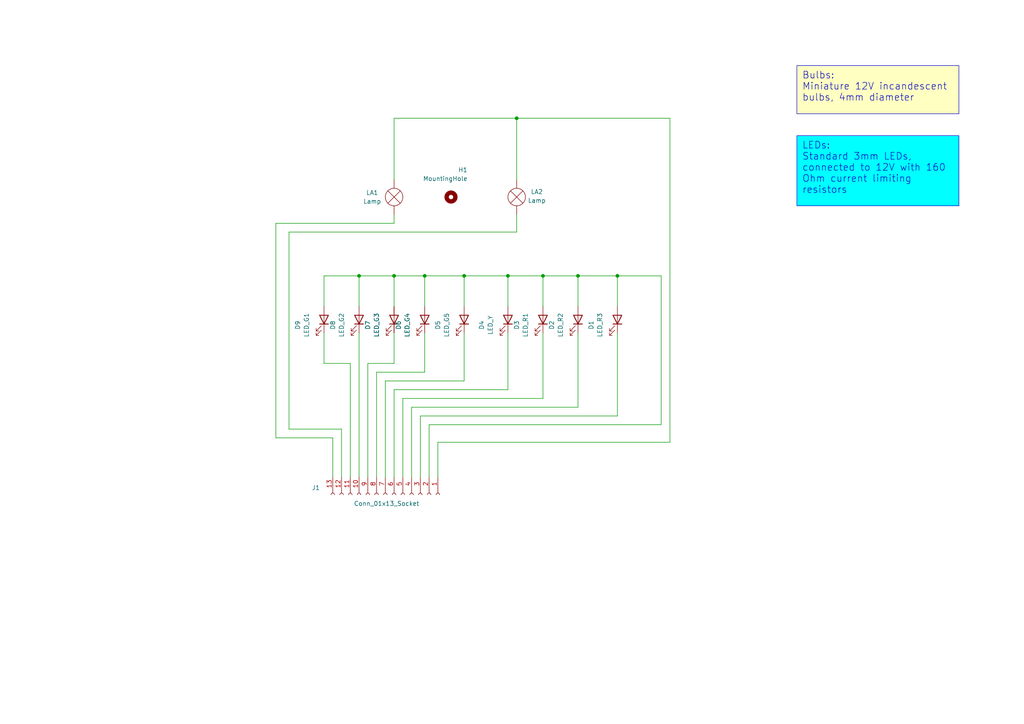
<source format=kicad_sch>
(kicad_sch
	(version 20231120)
	(generator "eeschema")
	(generator_version "8.0")
	(uuid "28701a9c-d23d-46df-8581-995298ac6e43")
	(paper "A4")
	(title_block
		(title "E30 VFL SI Indicator Board (9 LED)")
		(date "2024-06-15")
		(rev "2")
	)
	(lib_symbols
		(symbol "Connector:Conn_01x13_Socket"
			(pin_names
				(offset 1.016) hide)
			(exclude_from_sim no)
			(in_bom yes)
			(on_board yes)
			(property "Reference" "J1"
				(at 1.27 1.2701 0)
				(effects
					(font
						(size 1.27 1.27)
					)
					(justify left)
				)
			)
			(property "Value" "Conn_01x13_Socket"
				(at -9.398 -19.304 0)
				(effects
					(font
						(size 1.27 1.27)
					)
					(justify left)
				)
			)
			(property "Footprint" "Connector_PinSocket_2.54mm:PinSocket_1x13_P2.54mm_Horizontal"
				(at -5.588 22.86 0)
				(effects
					(font
						(size 1.27 1.27)
					)
					(hide yes)
				)
			)
			(property "Datasheet" "~"
				(at 0 0 0)
				(effects
					(font
						(size 1.27 1.27)
					)
					(hide yes)
				)
			)
			(property "Description" "Generic connector, single row, 01x13, script generated"
				(at -4.572 20.066 0)
				(effects
					(font
						(size 1.27 1.27)
					)
					(hide yes)
				)
			)
			(property "ki_locked" ""
				(at 0 0 0)
				(effects
					(font
						(size 1.27 1.27)
					)
				)
			)
			(property "ki_keywords" "connector"
				(at 0 0 0)
				(effects
					(font
						(size 1.27 1.27)
					)
					(hide yes)
				)
			)
			(property "ki_fp_filters" "Connector*:*_1x??_*"
				(at 0 0 0)
				(effects
					(font
						(size 1.27 1.27)
					)
					(hide yes)
				)
			)
			(symbol "Conn_01x13_Socket_1_1"
				(arc
					(start 0 -14.732)
					(mid -0.5058 -15.24)
					(end 0 -15.748)
					(stroke
						(width 0.1524)
						(type default)
					)
					(fill
						(type none)
					)
				)
				(arc
					(start 0 -12.192)
					(mid -0.5058 -12.7)
					(end 0 -13.208)
					(stroke
						(width 0.1524)
						(type default)
					)
					(fill
						(type none)
					)
				)
				(arc
					(start 0 -9.652)
					(mid -0.5058 -10.16)
					(end 0 -10.668)
					(stroke
						(width 0.1524)
						(type default)
					)
					(fill
						(type none)
					)
				)
				(arc
					(start 0 -7.112)
					(mid -0.5058 -7.62)
					(end 0 -8.128)
					(stroke
						(width 0.1524)
						(type default)
					)
					(fill
						(type none)
					)
				)
				(arc
					(start 0 -4.572)
					(mid -0.5058 -5.08)
					(end 0 -5.588)
					(stroke
						(width 0.1524)
						(type default)
					)
					(fill
						(type none)
					)
				)
				(arc
					(start 0 -2.032)
					(mid -0.5058 -2.54)
					(end 0 -3.048)
					(stroke
						(width 0.1524)
						(type default)
					)
					(fill
						(type none)
					)
				)
				(polyline
					(pts
						(xy -1.27 -15.24) (xy -0.508 -15.24)
					)
					(stroke
						(width 0.1524)
						(type default)
					)
					(fill
						(type none)
					)
				)
				(polyline
					(pts
						(xy -1.27 -12.7) (xy -0.508 -12.7)
					)
					(stroke
						(width 0.1524)
						(type default)
					)
					(fill
						(type none)
					)
				)
				(polyline
					(pts
						(xy -1.27 -10.16) (xy -0.508 -10.16)
					)
					(stroke
						(width 0.1524)
						(type default)
					)
					(fill
						(type none)
					)
				)
				(polyline
					(pts
						(xy -1.27 -7.62) (xy -0.508 -7.62)
					)
					(stroke
						(width 0.1524)
						(type default)
					)
					(fill
						(type none)
					)
				)
				(polyline
					(pts
						(xy -1.27 -5.08) (xy -0.508 -5.08)
					)
					(stroke
						(width 0.1524)
						(type default)
					)
					(fill
						(type none)
					)
				)
				(polyline
					(pts
						(xy -1.27 -2.54) (xy -0.508 -2.54)
					)
					(stroke
						(width 0.1524)
						(type default)
					)
					(fill
						(type none)
					)
				)
				(polyline
					(pts
						(xy -1.27 0) (xy -0.508 0)
					)
					(stroke
						(width 0.1524)
						(type default)
					)
					(fill
						(type none)
					)
				)
				(polyline
					(pts
						(xy -1.27 2.54) (xy -0.508 2.54)
					)
					(stroke
						(width 0.1524)
						(type default)
					)
					(fill
						(type none)
					)
				)
				(polyline
					(pts
						(xy -1.27 5.08) (xy -0.508 5.08)
					)
					(stroke
						(width 0.1524)
						(type default)
					)
					(fill
						(type none)
					)
				)
				(polyline
					(pts
						(xy -1.27 7.62) (xy -0.508 7.62)
					)
					(stroke
						(width 0.1524)
						(type default)
					)
					(fill
						(type none)
					)
				)
				(polyline
					(pts
						(xy -1.27 10.16) (xy -0.508 10.16)
					)
					(stroke
						(width 0.1524)
						(type default)
					)
					(fill
						(type none)
					)
				)
				(polyline
					(pts
						(xy -1.27 12.7) (xy -0.508 12.7)
					)
					(stroke
						(width 0.1524)
						(type default)
					)
					(fill
						(type none)
					)
				)
				(polyline
					(pts
						(xy -1.27 15.24) (xy -0.508 15.24)
					)
					(stroke
						(width 0.1524)
						(type default)
					)
					(fill
						(type none)
					)
				)
				(arc
					(start 0 0.508)
					(mid -0.5058 0)
					(end 0 -0.508)
					(stroke
						(width 0.1524)
						(type default)
					)
					(fill
						(type none)
					)
				)
				(arc
					(start 0 3.048)
					(mid -0.5058 2.54)
					(end 0 2.032)
					(stroke
						(width 0.1524)
						(type default)
					)
					(fill
						(type none)
					)
				)
				(arc
					(start 0 5.588)
					(mid -0.5058 5.08)
					(end 0 4.572)
					(stroke
						(width 0.1524)
						(type default)
					)
					(fill
						(type none)
					)
				)
				(arc
					(start 0 8.128)
					(mid -0.5058 7.62)
					(end 0 7.112)
					(stroke
						(width 0.1524)
						(type default)
					)
					(fill
						(type none)
					)
				)
				(arc
					(start 0 10.668)
					(mid -0.5058 10.16)
					(end 0 9.652)
					(stroke
						(width 0.1524)
						(type default)
					)
					(fill
						(type none)
					)
				)
				(arc
					(start 0 13.208)
					(mid -0.5058 12.7)
					(end 0 12.192)
					(stroke
						(width 0.1524)
						(type default)
					)
					(fill
						(type none)
					)
				)
				(arc
					(start 0 15.748)
					(mid -0.5058 15.24)
					(end 0 14.732)
					(stroke
						(width 0.1524)
						(type default)
					)
					(fill
						(type none)
					)
				)
				(pin passive line
					(at -5.08 15.24 0)
					(length 3.81)
					(name "GND_BULB"
						(effects
							(font
								(size 1.27 1.27)
							)
						)
					)
					(number "1"
						(effects
							(font
								(size 1.27 1.27)
							)
						)
					)
				)
				(pin passive line
					(at -5.08 -7.62 0)
					(length 3.81)
					(name "LED_G2"
						(effects
							(font
								(size 1.27 1.27)
							)
						)
					)
					(number "10"
						(effects
							(font
								(size 1.27 1.27)
							)
						)
					)
				)
				(pin passive line
					(at -5.08 -10.16 0)
					(length 3.81)
					(name "LED_G1"
						(effects
							(font
								(size 1.27 1.27)
							)
						)
					)
					(number "11"
						(effects
							(font
								(size 1.27 1.27)
							)
						)
					)
				)
				(pin passive line
					(at -5.08 -12.7 0)
					(length 3.81)
					(name "BULB_INSPECTION"
						(effects
							(font
								(size 1.27 1.27)
							)
						)
					)
					(number "12"
						(effects
							(font
								(size 1.27 1.27)
							)
						)
					)
				)
				(pin passive line
					(at -5.08 -15.24 0)
					(length 3.81)
					(name "BULB_OILSERVICE"
						(effects
							(font
								(size 1.27 1.27)
							)
						)
					)
					(number "13"
						(effects
							(font
								(size 1.27 1.27)
							)
						)
					)
				)
				(pin passive line
					(at -5.08 12.7 0)
					(length 3.81)
					(name "GND_LED"
						(effects
							(font
								(size 1.27 1.27)
							)
						)
					)
					(number "2"
						(effects
							(font
								(size 1.27 1.27)
							)
						)
					)
				)
				(pin passive line
					(at -5.08 10.16 0)
					(length 3.81)
					(name "LED_R3"
						(effects
							(font
								(size 1.27 1.27)
							)
						)
					)
					(number "3"
						(effects
							(font
								(size 1.27 1.27)
							)
						)
					)
				)
				(pin passive line
					(at -5.08 7.62 0)
					(length 3.81)
					(name "LED_R2"
						(effects
							(font
								(size 1.27 1.27)
							)
						)
					)
					(number "4"
						(effects
							(font
								(size 1.27 1.27)
							)
						)
					)
				)
				(pin passive line
					(at -5.08 5.08 0)
					(length 3.81)
					(name "LED_R1"
						(effects
							(font
								(size 1.27 1.27)
							)
						)
					)
					(number "5"
						(effects
							(font
								(size 1.27 1.27)
							)
						)
					)
				)
				(pin passive line
					(at -5.08 2.54 0)
					(length 3.81)
					(name "LED_Y"
						(effects
							(font
								(size 1.27 1.27)
							)
						)
					)
					(number "6"
						(effects
							(font
								(size 1.27 1.27)
							)
						)
					)
				)
				(pin passive line
					(at -5.08 0 0)
					(length 3.81)
					(name "LED_G5"
						(effects
							(font
								(size 1.27 1.27)
							)
						)
					)
					(number "7"
						(effects
							(font
								(size 1.27 1.27)
							)
						)
					)
				)
				(pin passive line
					(at -5.08 -2.54 0)
					(length 3.81)
					(name "LED_G4"
						(effects
							(font
								(size 1.27 1.27)
							)
						)
					)
					(number "8"
						(effects
							(font
								(size 1.27 1.27)
							)
						)
					)
				)
				(pin passive line
					(at -5.08 -5.08 0)
					(length 3.81)
					(name "LED_G3"
						(effects
							(font
								(size 1.27 1.27)
							)
						)
					)
					(number "9"
						(effects
							(font
								(size 1.27 1.27)
							)
						)
					)
				)
			)
		)
		(symbol "Device:LED"
			(pin_numbers hide)
			(pin_names
				(offset 1.016) hide)
			(exclude_from_sim no)
			(in_bom yes)
			(on_board yes)
			(property "Reference" "D"
				(at 0 2.54 0)
				(effects
					(font
						(size 1.27 1.27)
					)
				)
			)
			(property "Value" "LED"
				(at 0 -2.54 0)
				(effects
					(font
						(size 1.27 1.27)
					)
				)
			)
			(property "Footprint" ""
				(at 0 0 0)
				(effects
					(font
						(size 1.27 1.27)
					)
					(hide yes)
				)
			)
			(property "Datasheet" "~"
				(at 0 0 0)
				(effects
					(font
						(size 1.27 1.27)
					)
					(hide yes)
				)
			)
			(property "Description" "Light emitting diode"
				(at 0 0 0)
				(effects
					(font
						(size 1.27 1.27)
					)
					(hide yes)
				)
			)
			(property "ki_keywords" "LED diode"
				(at 0 0 0)
				(effects
					(font
						(size 1.27 1.27)
					)
					(hide yes)
				)
			)
			(property "ki_fp_filters" "LED* LED_SMD:* LED_THT:*"
				(at 0 0 0)
				(effects
					(font
						(size 1.27 1.27)
					)
					(hide yes)
				)
			)
			(symbol "LED_0_1"
				(polyline
					(pts
						(xy -1.27 -1.27) (xy -1.27 1.27)
					)
					(stroke
						(width 0.254)
						(type default)
					)
					(fill
						(type none)
					)
				)
				(polyline
					(pts
						(xy -1.27 0) (xy 1.27 0)
					)
					(stroke
						(width 0)
						(type default)
					)
					(fill
						(type none)
					)
				)
				(polyline
					(pts
						(xy 1.27 -1.27) (xy 1.27 1.27) (xy -1.27 0) (xy 1.27 -1.27)
					)
					(stroke
						(width 0.254)
						(type default)
					)
					(fill
						(type none)
					)
				)
				(polyline
					(pts
						(xy -3.048 -0.762) (xy -4.572 -2.286) (xy -3.81 -2.286) (xy -4.572 -2.286) (xy -4.572 -1.524)
					)
					(stroke
						(width 0)
						(type default)
					)
					(fill
						(type none)
					)
				)
				(polyline
					(pts
						(xy -1.778 -0.762) (xy -3.302 -2.286) (xy -2.54 -2.286) (xy -3.302 -2.286) (xy -3.302 -1.524)
					)
					(stroke
						(width 0)
						(type default)
					)
					(fill
						(type none)
					)
				)
			)
			(symbol "LED_1_1"
				(pin passive line
					(at -3.81 0 0)
					(length 2.54)
					(name "K"
						(effects
							(font
								(size 1.27 1.27)
							)
						)
					)
					(number "1"
						(effects
							(font
								(size 1.27 1.27)
							)
						)
					)
				)
				(pin passive line
					(at 3.81 0 180)
					(length 2.54)
					(name "A"
						(effects
							(font
								(size 1.27 1.27)
							)
						)
					)
					(number "2"
						(effects
							(font
								(size 1.27 1.27)
							)
						)
					)
				)
			)
		)
		(symbol "Device:Lamp"
			(pin_numbers hide)
			(pin_names
				(offset 0.0254) hide)
			(exclude_from_sim no)
			(in_bom yes)
			(on_board yes)
			(property "Reference" "LA"
				(at 0.635 3.81 0)
				(effects
					(font
						(size 1.27 1.27)
					)
					(justify left)
				)
			)
			(property "Value" "Lamp"
				(at 0.635 -3.81 0)
				(effects
					(font
						(size 1.27 1.27)
					)
					(justify left)
				)
			)
			(property "Footprint" ""
				(at 0 2.54 90)
				(effects
					(font
						(size 1.27 1.27)
					)
					(hide yes)
				)
			)
			(property "Datasheet" "~"
				(at 0 2.54 90)
				(effects
					(font
						(size 1.27 1.27)
					)
					(hide yes)
				)
			)
			(property "Description" "Lamp"
				(at 0 0 0)
				(effects
					(font
						(size 1.27 1.27)
					)
					(hide yes)
				)
			)
			(property "ki_keywords" "lamp"
				(at 0 0 0)
				(effects
					(font
						(size 1.27 1.27)
					)
					(hide yes)
				)
			)
			(symbol "Lamp_0_1"
				(polyline
					(pts
						(xy -1.778 1.778) (xy 1.778 -1.778)
					)
					(stroke
						(width 0)
						(type default)
					)
					(fill
						(type none)
					)
				)
				(polyline
					(pts
						(xy 1.778 1.778) (xy -1.778 -1.778)
					)
					(stroke
						(width 0)
						(type default)
					)
					(fill
						(type none)
					)
				)
				(circle
					(center 0 0)
					(radius 2.54)
					(stroke
						(width 0)
						(type default)
					)
					(fill
						(type none)
					)
				)
			)
			(symbol "Lamp_1_1"
				(pin passive line
					(at 0 -5.08 90)
					(length 2.54)
					(name "-"
						(effects
							(font
								(size 1.27 1.27)
							)
						)
					)
					(number "1"
						(effects
							(font
								(size 1.27 1.27)
							)
						)
					)
				)
				(pin passive line
					(at 0 5.08 270)
					(length 2.54)
					(name "+"
						(effects
							(font
								(size 1.27 1.27)
							)
						)
					)
					(number "2"
						(effects
							(font
								(size 1.27 1.27)
							)
						)
					)
				)
			)
		)
		(symbol "Mechanical:MountingHole"
			(pin_names
				(offset 1.016)
			)
			(exclude_from_sim yes)
			(in_bom no)
			(on_board yes)
			(property "Reference" "H"
				(at 0 5.08 0)
				(effects
					(font
						(size 1.27 1.27)
					)
				)
			)
			(property "Value" "MountingHole"
				(at 0 3.175 0)
				(effects
					(font
						(size 1.27 1.27)
					)
				)
			)
			(property "Footprint" ""
				(at 0 0 0)
				(effects
					(font
						(size 1.27 1.27)
					)
					(hide yes)
				)
			)
			(property "Datasheet" "~"
				(at 0 0 0)
				(effects
					(font
						(size 1.27 1.27)
					)
					(hide yes)
				)
			)
			(property "Description" "Mounting Hole without connection"
				(at 0 0 0)
				(effects
					(font
						(size 1.27 1.27)
					)
					(hide yes)
				)
			)
			(property "ki_keywords" "mounting hole"
				(at 0 0 0)
				(effects
					(font
						(size 1.27 1.27)
					)
					(hide yes)
				)
			)
			(property "ki_fp_filters" "MountingHole*"
				(at 0 0 0)
				(effects
					(font
						(size 1.27 1.27)
					)
					(hide yes)
				)
			)
			(symbol "MountingHole_0_1"
				(circle
					(center 0 0)
					(radius 1.27)
					(stroke
						(width 1.27)
						(type default)
					)
					(fill
						(type none)
					)
				)
			)
		)
	)
	(junction
		(at 149.86 34.29)
		(diameter 0)
		(color 0 0 0 0)
		(uuid "01e77aac-425d-4f22-8a7d-e5590a9975c1")
	)
	(junction
		(at 157.48 80.01)
		(diameter 0)
		(color 0 0 0 0)
		(uuid "0c5d28ec-faef-4b31-8074-06836b5c3b1f")
	)
	(junction
		(at 134.62 80.01)
		(diameter 0)
		(color 0 0 0 0)
		(uuid "1fa4cf51-3268-4613-bcc6-732733704f3c")
	)
	(junction
		(at 167.64 80.01)
		(diameter 0)
		(color 0 0 0 0)
		(uuid "5d94c471-88f4-4175-b04e-209cf60b1fe5")
	)
	(junction
		(at 104.14 80.01)
		(diameter 0)
		(color 0 0 0 0)
		(uuid "67b56741-512a-4cfe-b1c5-f33db27a97a1")
	)
	(junction
		(at 147.32 80.01)
		(diameter 0)
		(color 0 0 0 0)
		(uuid "8158bcce-b27b-4907-b8b7-a57cc59e5325")
	)
	(junction
		(at 123.19 80.01)
		(diameter 0)
		(color 0 0 0 0)
		(uuid "98b316ff-d0e1-4d43-b085-09efdbbdfe08")
	)
	(junction
		(at 179.07 80.01)
		(diameter 0)
		(color 0 0 0 0)
		(uuid "b887fa28-bec7-4cc0-966f-95d0d3fdb843")
	)
	(junction
		(at 114.3 80.01)
		(diameter 0)
		(color 0 0 0 0)
		(uuid "d71e5686-841a-4a88-864f-755247f8283a")
	)
	(wire
		(pts
			(xy 93.98 88.9) (xy 93.98 80.01)
		)
		(stroke
			(width 0)
			(type default)
		)
		(uuid "0187928d-84b8-40fa-ac38-4c0f5a19d9b6")
	)
	(wire
		(pts
			(xy 194.31 128.27) (xy 194.31 34.29)
		)
		(stroke
			(width 0)
			(type default)
		)
		(uuid "0d60e459-c697-4c99-956a-d2a6d222be0c")
	)
	(wire
		(pts
			(xy 114.3 52.07) (xy 114.3 34.29)
		)
		(stroke
			(width 0)
			(type default)
		)
		(uuid "1363e373-c095-4dd7-a1ac-2ab64359e91a")
	)
	(wire
		(pts
			(xy 109.22 138.43) (xy 109.22 107.95)
		)
		(stroke
			(width 0)
			(type default)
		)
		(uuid "25866954-0d5a-4986-85da-2784d566716b")
	)
	(wire
		(pts
			(xy 114.3 138.43) (xy 114.3 113.03)
		)
		(stroke
			(width 0)
			(type default)
		)
		(uuid "26175183-f9ef-4785-bdb5-08eecb810559")
	)
	(wire
		(pts
			(xy 134.62 80.01) (xy 123.19 80.01)
		)
		(stroke
			(width 0)
			(type default)
		)
		(uuid "26f68217-a779-4b9f-8520-9636d370ce48")
	)
	(wire
		(pts
			(xy 116.84 138.43) (xy 116.84 115.57)
		)
		(stroke
			(width 0)
			(type default)
		)
		(uuid "28dec619-61b4-4f77-a84b-deaeb020cb2c")
	)
	(wire
		(pts
			(xy 99.06 138.43) (xy 99.06 124.46)
		)
		(stroke
			(width 0)
			(type default)
		)
		(uuid "2ba1d81f-0c37-4bd4-ad37-2d0ef146b6ed")
	)
	(wire
		(pts
			(xy 101.6 138.43) (xy 101.6 105.41)
		)
		(stroke
			(width 0)
			(type default)
		)
		(uuid "2c6319fe-b573-4246-ac16-cd961d198333")
	)
	(wire
		(pts
			(xy 147.32 88.9) (xy 147.32 80.01)
		)
		(stroke
			(width 0)
			(type default)
		)
		(uuid "348a1c49-270f-44e1-ba9a-7670c8c0ee09")
	)
	(wire
		(pts
			(xy 114.3 80.01) (xy 104.14 80.01)
		)
		(stroke
			(width 0)
			(type default)
		)
		(uuid "3b7b7a89-3edc-45ee-bf45-5bc1c08728ef")
	)
	(wire
		(pts
			(xy 101.6 105.41) (xy 93.98 105.41)
		)
		(stroke
			(width 0)
			(type default)
		)
		(uuid "3ea8b653-88b0-452e-9e3c-3261eedd033c")
	)
	(wire
		(pts
			(xy 96.52 138.43) (xy 96.52 127)
		)
		(stroke
			(width 0)
			(type default)
		)
		(uuid "40d75380-c539-4a50-aa3d-a01f5ba02bc2")
	)
	(wire
		(pts
			(xy 147.32 113.03) (xy 147.32 96.52)
		)
		(stroke
			(width 0)
			(type default)
		)
		(uuid "48719739-46cc-4707-ab56-0f9e3482bf1a")
	)
	(wire
		(pts
			(xy 179.07 120.65) (xy 179.07 96.52)
		)
		(stroke
			(width 0)
			(type default)
		)
		(uuid "49b6659b-3bab-4580-8501-ecea11db221b")
	)
	(wire
		(pts
			(xy 114.3 113.03) (xy 147.32 113.03)
		)
		(stroke
			(width 0)
			(type default)
		)
		(uuid "5193b852-0e91-4247-9f94-942bdcd7c439")
	)
	(wire
		(pts
			(xy 179.07 88.9) (xy 179.07 80.01)
		)
		(stroke
			(width 0)
			(type default)
		)
		(uuid "566582f5-8a66-4bbd-8a27-af8835e1435d")
	)
	(wire
		(pts
			(xy 119.38 138.43) (xy 119.38 118.11)
		)
		(stroke
			(width 0)
			(type default)
		)
		(uuid "56d72c7b-02c6-4254-8a21-524f2c16a196")
	)
	(wire
		(pts
			(xy 109.22 107.95) (xy 123.19 107.95)
		)
		(stroke
			(width 0)
			(type default)
		)
		(uuid "5db2cc3a-6150-43c5-911f-d87aa5d2b666")
	)
	(wire
		(pts
			(xy 179.07 80.01) (xy 167.64 80.01)
		)
		(stroke
			(width 0)
			(type default)
		)
		(uuid "5e8ea94a-0bf3-40ef-85e8-381425275b36")
	)
	(wire
		(pts
			(xy 149.86 52.07) (xy 149.86 34.29)
		)
		(stroke
			(width 0)
			(type default)
		)
		(uuid "6c2de2fe-f48a-469b-9668-378e8bd172a9")
	)
	(wire
		(pts
			(xy 93.98 105.41) (xy 93.98 96.52)
		)
		(stroke
			(width 0)
			(type default)
		)
		(uuid "6ed23116-04de-43b7-bb81-e8757400cb2a")
	)
	(wire
		(pts
			(xy 167.64 118.11) (xy 167.64 96.52)
		)
		(stroke
			(width 0)
			(type default)
		)
		(uuid "703a2a03-2d1c-4442-bac6-9f99ba4fd1b9")
	)
	(wire
		(pts
			(xy 121.92 138.43) (xy 121.92 120.65)
		)
		(stroke
			(width 0)
			(type default)
		)
		(uuid "713a8d68-2252-4ee2-afba-09c4342c1d8b")
	)
	(wire
		(pts
			(xy 149.86 34.29) (xy 114.3 34.29)
		)
		(stroke
			(width 0)
			(type default)
		)
		(uuid "727a7298-acef-41f5-851d-76b1a114d39b")
	)
	(wire
		(pts
			(xy 134.62 88.9) (xy 134.62 80.01)
		)
		(stroke
			(width 0)
			(type default)
		)
		(uuid "7370d48e-b832-4c25-9618-446a0ee168b8")
	)
	(wire
		(pts
			(xy 114.3 64.77) (xy 114.3 62.23)
		)
		(stroke
			(width 0)
			(type default)
		)
		(uuid "7e6d012b-67c8-4fd0-98d2-86894d91e96c")
	)
	(wire
		(pts
			(xy 194.31 34.29) (xy 149.86 34.29)
		)
		(stroke
			(width 0)
			(type default)
		)
		(uuid "829637f1-4b3d-450a-b5d1-55e5c5071aa0")
	)
	(wire
		(pts
			(xy 157.48 115.57) (xy 157.48 96.52)
		)
		(stroke
			(width 0)
			(type default)
		)
		(uuid "86d94721-c2e4-4e5d-b12a-8d3d66aa6912")
	)
	(wire
		(pts
			(xy 106.68 138.43) (xy 106.68 105.41)
		)
		(stroke
			(width 0)
			(type default)
		)
		(uuid "8bd42c83-c7c5-4f89-9d38-237abeb4b00e")
	)
	(wire
		(pts
			(xy 80.01 127) (xy 80.01 64.77)
		)
		(stroke
			(width 0)
			(type default)
		)
		(uuid "8f44a566-3a28-4415-9b15-582077525f65")
	)
	(wire
		(pts
			(xy 104.14 138.43) (xy 104.14 96.52)
		)
		(stroke
			(width 0)
			(type default)
		)
		(uuid "90c97833-3271-4b92-9303-fadf24374d03")
	)
	(wire
		(pts
			(xy 83.82 67.31) (xy 149.86 67.31)
		)
		(stroke
			(width 0)
			(type default)
		)
		(uuid "9171c46a-ebc1-4e23-a308-9b191e14f195")
	)
	(wire
		(pts
			(xy 104.14 80.01) (xy 93.98 80.01)
		)
		(stroke
			(width 0)
			(type default)
		)
		(uuid "93711c58-0737-4eaf-883f-3e65aced6225")
	)
	(wire
		(pts
			(xy 123.19 88.9) (xy 123.19 80.01)
		)
		(stroke
			(width 0)
			(type default)
		)
		(uuid "9889b8b6-f357-4401-8136-25c38f7168ff")
	)
	(wire
		(pts
			(xy 127 138.43) (xy 127 128.27)
		)
		(stroke
			(width 0)
			(type default)
		)
		(uuid "9f573c0f-fa4a-4eb2-83d5-53350603ae13")
	)
	(wire
		(pts
			(xy 80.01 127) (xy 96.52 127)
		)
		(stroke
			(width 0)
			(type default)
		)
		(uuid "a02eb3d4-b4d4-41bf-9742-a91c409b2f3e")
	)
	(wire
		(pts
			(xy 106.68 105.41) (xy 114.3 105.41)
		)
		(stroke
			(width 0)
			(type default)
		)
		(uuid "a16032c8-f41e-426f-ba95-08a2468ab42b")
	)
	(wire
		(pts
			(xy 123.19 80.01) (xy 114.3 80.01)
		)
		(stroke
			(width 0)
			(type default)
		)
		(uuid "a20b6540-49ed-4420-b6b7-754e1b67d833")
	)
	(wire
		(pts
			(xy 167.64 88.9) (xy 167.64 80.01)
		)
		(stroke
			(width 0)
			(type default)
		)
		(uuid "a72c3236-8e81-4be9-ad2c-536c1c758b1d")
	)
	(wire
		(pts
			(xy 147.32 80.01) (xy 134.62 80.01)
		)
		(stroke
			(width 0)
			(type default)
		)
		(uuid "ab9ce2ee-4c4b-4025-8316-94fd752971cd")
	)
	(wire
		(pts
			(xy 114.3 88.9) (xy 114.3 80.01)
		)
		(stroke
			(width 0)
			(type default)
		)
		(uuid "b2846dcf-8786-4338-a526-08b90c2cf993")
	)
	(wire
		(pts
			(xy 114.3 105.41) (xy 114.3 96.52)
		)
		(stroke
			(width 0)
			(type default)
		)
		(uuid "b2991807-87ef-4654-b2f1-4f5539f93b06")
	)
	(wire
		(pts
			(xy 119.38 118.11) (xy 167.64 118.11)
		)
		(stroke
			(width 0)
			(type default)
		)
		(uuid "b54f7e47-8a11-4ef3-9be4-0e15661808a5")
	)
	(wire
		(pts
			(xy 123.19 107.95) (xy 123.19 96.52)
		)
		(stroke
			(width 0)
			(type default)
		)
		(uuid "b6701612-4ea3-425f-be98-873a2cf02453")
	)
	(wire
		(pts
			(xy 157.48 88.9) (xy 157.48 80.01)
		)
		(stroke
			(width 0)
			(type default)
		)
		(uuid "b93342fe-60a4-4d89-8fbb-4a2c2ccd310c")
	)
	(wire
		(pts
			(xy 104.14 88.9) (xy 104.14 80.01)
		)
		(stroke
			(width 0)
			(type default)
		)
		(uuid "bae738e2-ea9d-41a8-9921-09a7c42e2dbb")
	)
	(wire
		(pts
			(xy 111.76 110.49) (xy 134.62 110.49)
		)
		(stroke
			(width 0)
			(type default)
		)
		(uuid "bf6502e1-2168-433a-9017-33404e2b6db7")
	)
	(wire
		(pts
			(xy 149.86 67.31) (xy 149.86 62.23)
		)
		(stroke
			(width 0)
			(type default)
		)
		(uuid "c0c31ee0-d52b-4091-ba5d-8744154989b2")
	)
	(wire
		(pts
			(xy 191.77 123.19) (xy 191.77 80.01)
		)
		(stroke
			(width 0)
			(type default)
		)
		(uuid "c1fe71a4-2c0f-41c3-b1c5-c787c6a0d7bb")
	)
	(wire
		(pts
			(xy 80.01 64.77) (xy 114.3 64.77)
		)
		(stroke
			(width 0)
			(type default)
		)
		(uuid "c6c8bf5f-5922-4a74-90fe-d5fccb3b73cc")
	)
	(wire
		(pts
			(xy 121.92 120.65) (xy 179.07 120.65)
		)
		(stroke
			(width 0)
			(type default)
		)
		(uuid "cf3ac623-0bd6-4952-986a-ba5b646ad4d6")
	)
	(wire
		(pts
			(xy 124.46 123.19) (xy 191.77 123.19)
		)
		(stroke
			(width 0)
			(type default)
		)
		(uuid "d0a5e7a1-e2bf-4668-a9d2-dc403f3b0862")
	)
	(wire
		(pts
			(xy 157.48 80.01) (xy 147.32 80.01)
		)
		(stroke
			(width 0)
			(type default)
		)
		(uuid "e2e97361-be09-4e47-a92e-e90f18a6f638")
	)
	(wire
		(pts
			(xy 124.46 138.43) (xy 124.46 123.19)
		)
		(stroke
			(width 0)
			(type default)
		)
		(uuid "e749ca52-6f4f-4924-b7b0-412f2050b280")
	)
	(wire
		(pts
			(xy 191.77 80.01) (xy 179.07 80.01)
		)
		(stroke
			(width 0)
			(type default)
		)
		(uuid "e98c4db4-c698-40f4-8f62-0af3557313ea")
	)
	(wire
		(pts
			(xy 83.82 124.46) (xy 83.82 67.31)
		)
		(stroke
			(width 0)
			(type default)
		)
		(uuid "efdcb343-fd0c-4ef6-916f-6a291d0cb16e")
	)
	(wire
		(pts
			(xy 99.06 124.46) (xy 83.82 124.46)
		)
		(stroke
			(width 0)
			(type default)
		)
		(uuid "f2f4c849-62e5-4c21-867d-e6c67e3b9499")
	)
	(wire
		(pts
			(xy 134.62 110.49) (xy 134.62 96.52)
		)
		(stroke
			(width 0)
			(type default)
		)
		(uuid "f39bd294-09c7-4a2e-8a3e-f458e719b433")
	)
	(wire
		(pts
			(xy 167.64 80.01) (xy 157.48 80.01)
		)
		(stroke
			(width 0)
			(type default)
		)
		(uuid "f75c4341-23f7-49e4-8cb2-309785cd3bed")
	)
	(wire
		(pts
			(xy 127 128.27) (xy 194.31 128.27)
		)
		(stroke
			(width 0)
			(type default)
		)
		(uuid "f7e9f36d-ae7b-4917-8a6a-e1e0bed34655")
	)
	(wire
		(pts
			(xy 116.84 115.57) (xy 157.48 115.57)
		)
		(stroke
			(width 0)
			(type default)
		)
		(uuid "f9e147c1-2bf2-4021-b395-40fda65c5bc1")
	)
	(wire
		(pts
			(xy 111.76 138.43) (xy 111.76 110.49)
		)
		(stroke
			(width 0)
			(type default)
		)
		(uuid "fd0cd2ff-3946-4652-b900-9f022ecc872d")
	)
	(text_box "LEDs: \nStandard 3mm LEDs, connected to 12V with 160 Ohm current limiting resistors"
		(exclude_from_sim no)
		(at 231.14 39.37 0)
		(size 46.99 20.32)
		(stroke
			(width 0)
			(type default)
		)
		(fill
			(type color)
			(color 0 255 255 1)
		)
		(effects
			(font
				(size 2 2)
			)
			(justify left top)
		)
		(uuid "2ac3c393-2dff-4ffd-81e1-d7c45a48d05f")
	)
	(text_box "Bulbs: \nMiniature 12V incandescent bulbs, 4mm diameter"
		(exclude_from_sim no)
		(at 231.14 19.05 0)
		(size 46.99 13.97)
		(stroke
			(width 0)
			(type default)
		)
		(fill
			(type color)
			(color 255 255 194 1)
		)
		(effects
			(font
				(size 2 2)
			)
			(justify left top)
		)
		(uuid "8c940143-7f18-4d75-835a-61cef3d6f475")
	)
	(text_box ""
		(exclude_from_sim no)
		(at 247.65 39.37 0)
		(size 0 0)
		(stroke
			(width 0)
			(type default)
		)
		(fill
			(type none)
		)
		(effects
			(font
				(size 3 3)
			)
			(justify left top)
		)
		(uuid "fb480fc6-c143-49c1-aba2-1e71259ed3dc")
	)
	(symbol
		(lib_id "Device:LED")
		(at 157.48 92.71 270)
		(mirror x)
		(unit 1)
		(exclude_from_sim no)
		(in_bom yes)
		(on_board yes)
		(dnp no)
		(fields_autoplaced yes)
		(uuid "16d4a8a6-0de5-4156-aea6-9722f2b7d08a")
		(property "Reference" "D3"
			(at 149.86 94.2975 0)
			(effects
				(font
					(size 1.27 1.27)
				)
			)
		)
		(property "Value" "LED_R1"
			(at 152.4 94.2975 0)
			(effects
				(font
					(size 1.27 1.27)
				)
			)
		)
		(property "Footprint" "LED_THT:LED_D3.0mm"
			(at 157.48 92.71 0)
			(effects
				(font
					(size 1.27 1.27)
				)
				(hide yes)
			)
		)
		(property "Datasheet" "~"
			(at 157.48 92.71 0)
			(effects
				(font
					(size 1.27 1.27)
				)
				(hide yes)
			)
		)
		(property "Description" "Light emitting diode"
			(at 157.48 92.71 0)
			(effects
				(font
					(size 1.27 1.27)
				)
				(hide yes)
			)
		)
		(pin "2"
			(uuid "ad266eaa-0548-4375-9e7e-638f1637a13b")
		)
		(pin "1"
			(uuid "98598a18-c22f-4a07-a6dd-f6304402e687")
		)
		(instances
			(project "BMW E30 VFL SI Indicator V2"
				(path "/28701a9c-d23d-46df-8581-995298ac6e43"
					(reference "D3")
					(unit 1)
				)
			)
		)
	)
	(symbol
		(lib_id "Device:LED")
		(at 123.19 92.71 270)
		(mirror x)
		(unit 1)
		(exclude_from_sim no)
		(in_bom yes)
		(on_board yes)
		(dnp no)
		(fields_autoplaced yes)
		(uuid "406a5d27-9a30-4096-882a-399a0dfcfc20")
		(property "Reference" "D6"
			(at 115.57 94.2975 0)
			(effects
				(font
					(size 1.27 1.27)
				)
			)
		)
		(property "Value" "LED_G4"
			(at 118.11 94.2975 0)
			(effects
				(font
					(size 1.27 1.27)
				)
			)
		)
		(property "Footprint" "LED_THT:LED_D3.0mm"
			(at 123.19 92.71 0)
			(effects
				(font
					(size 1.27 1.27)
				)
				(hide yes)
			)
		)
		(property "Datasheet" "~"
			(at 123.19 92.71 0)
			(effects
				(font
					(size 1.27 1.27)
				)
				(hide yes)
			)
		)
		(property "Description" "Light emitting diode"
			(at 123.19 92.71 0)
			(effects
				(font
					(size 1.27 1.27)
				)
				(hide yes)
			)
		)
		(pin "2"
			(uuid "337fcad3-d2ca-4375-81bb-fa466fc594c6")
		)
		(pin "1"
			(uuid "bec5fde6-c3c4-4dc6-aaf5-6cf6d0781842")
		)
		(instances
			(project "BMW E30 VFL SI Indicator V2"
				(path "/28701a9c-d23d-46df-8581-995298ac6e43"
					(reference "D6")
					(unit 1)
				)
			)
		)
	)
	(symbol
		(lib_id "Device:LED")
		(at 179.07 92.71 270)
		(mirror x)
		(unit 1)
		(exclude_from_sim no)
		(in_bom yes)
		(on_board yes)
		(dnp no)
		(fields_autoplaced yes)
		(uuid "5f1a7879-6ca3-4bda-a05e-e4de132b56f1")
		(property "Reference" "D1"
			(at 171.45 94.2975 0)
			(effects
				(font
					(size 1.27 1.27)
				)
			)
		)
		(property "Value" "LED_R3"
			(at 173.99 94.2975 0)
			(effects
				(font
					(size 1.27 1.27)
				)
			)
		)
		(property "Footprint" "LED_THT:LED_D3.0mm"
			(at 179.07 92.71 0)
			(effects
				(font
					(size 1.27 1.27)
				)
				(hide yes)
			)
		)
		(property "Datasheet" "~"
			(at 179.07 92.71 0)
			(effects
				(font
					(size 1.27 1.27)
				)
				(hide yes)
			)
		)
		(property "Description" "Light emitting diode"
			(at 179.07 92.71 0)
			(effects
				(font
					(size 1.27 1.27)
				)
				(hide yes)
			)
		)
		(pin "2"
			(uuid "0f19776a-48d8-4ab6-a9b8-20ad47dd19dc")
		)
		(pin "1"
			(uuid "8c9a11c8-37bb-4e94-8698-7bfda4b1e42b")
		)
		(instances
			(project "BMW E30 VFL SI Indicator V2"
				(path "/28701a9c-d23d-46df-8581-995298ac6e43"
					(reference "D1")
					(unit 1)
				)
			)
		)
	)
	(symbol
		(lib_id "Mechanical:MountingHole")
		(at 130.81 57.15 90)
		(unit 1)
		(exclude_from_sim yes)
		(in_bom no)
		(on_board yes)
		(dnp no)
		(uuid "68e745eb-9e2e-43f8-8860-85d7fa86c648")
		(property "Reference" "H1"
			(at 135.636 49.276 90)
			(effects
				(font
					(size 1.27 1.27)
				)
				(justify left)
			)
		)
		(property "Value" "MountingHole"
			(at 135.636 51.816 90)
			(effects
				(font
					(size 1.27 1.27)
				)
				(justify left)
			)
		)
		(property "Footprint" "MountingHole:MountingHole_5.5mm"
			(at 130.81 57.15 0)
			(effects
				(font
					(size 1.27 1.27)
				)
				(hide yes)
			)
		)
		(property "Datasheet" "~"
			(at 130.81 57.15 0)
			(effects
				(font
					(size 1.27 1.27)
				)
				(hide yes)
			)
		)
		(property "Description" "Mounting Hole without connection"
			(at 130.81 57.15 0)
			(effects
				(font
					(size 1.27 1.27)
				)
				(hide yes)
			)
		)
		(instances
			(project "BMW E30 VFL SI Indicator V2"
				(path "/28701a9c-d23d-46df-8581-995298ac6e43"
					(reference "H1")
					(unit 1)
				)
			)
		)
	)
	(symbol
		(lib_id "Device:LED")
		(at 114.3 92.71 270)
		(mirror x)
		(unit 1)
		(exclude_from_sim no)
		(in_bom yes)
		(on_board yes)
		(dnp no)
		(fields_autoplaced yes)
		(uuid "701fb81d-90c2-4837-942b-098cf0d26d6b")
		(property "Reference" "D7"
			(at 106.68 94.2975 0)
			(effects
				(font
					(size 1.27 1.27)
				)
			)
		)
		(property "Value" "LED_G3"
			(at 109.22 94.2975 0)
			(effects
				(font
					(size 1.27 1.27)
				)
			)
		)
		(property "Footprint" "LED_THT:LED_D3.0mm"
			(at 114.3 92.71 0)
			(effects
				(font
					(size 1.27 1.27)
				)
				(hide yes)
			)
		)
		(property "Datasheet" "~"
			(at 114.3 92.71 0)
			(effects
				(font
					(size 1.27 1.27)
				)
				(hide yes)
			)
		)
		(property "Description" "Light emitting diode"
			(at 114.3 92.71 0)
			(effects
				(font
					(size 1.27 1.27)
				)
				(hide yes)
			)
		)
		(pin "2"
			(uuid "45610630-00bd-42a5-bc8c-ca224809ac92")
		)
		(pin "1"
			(uuid "c16c1d43-e161-4e80-958d-9eff4154bdfd")
		)
		(instances
			(project "BMW E30 VFL SI Indicator V2"
				(path "/28701a9c-d23d-46df-8581-995298ac6e43"
					(reference "D7")
					(unit 1)
				)
			)
		)
	)
	(symbol
		(lib_id "Device:LED")
		(at 93.98 92.71 270)
		(mirror x)
		(unit 1)
		(exclude_from_sim no)
		(in_bom yes)
		(on_board yes)
		(dnp no)
		(fields_autoplaced yes)
		(uuid "808b733a-624b-469d-b675-98edf7fea587")
		(property "Reference" "D9"
			(at 86.36 94.2975 0)
			(effects
				(font
					(size 1.27 1.27)
				)
			)
		)
		(property "Value" "LED_G1"
			(at 88.9 94.2975 0)
			(effects
				(font
					(size 1.27 1.27)
				)
			)
		)
		(property "Footprint" "LED_THT:LED_D3.0mm"
			(at 93.98 92.71 0)
			(effects
				(font
					(size 1.27 1.27)
				)
				(hide yes)
			)
		)
		(property "Datasheet" "~"
			(at 93.98 92.71 0)
			(effects
				(font
					(size 1.27 1.27)
				)
				(hide yes)
			)
		)
		(property "Description" "Light emitting diode"
			(at 93.98 92.71 0)
			(effects
				(font
					(size 1.27 1.27)
				)
				(hide yes)
			)
		)
		(pin "2"
			(uuid "0dd98994-fe39-4d82-82ce-1f6563c81260")
		)
		(pin "1"
			(uuid "5b6ce2b2-0d5c-40b9-a98a-90c3a72a257b")
		)
		(instances
			(project "BMW E30 VFL SI Indicator V2"
				(path "/28701a9c-d23d-46df-8581-995298ac6e43"
					(reference "D9")
					(unit 1)
				)
			)
		)
	)
	(symbol
		(lib_id "Device:LED")
		(at 167.64 92.71 270)
		(mirror x)
		(unit 1)
		(exclude_from_sim no)
		(in_bom yes)
		(on_board yes)
		(dnp no)
		(fields_autoplaced yes)
		(uuid "add39d2f-c10e-436c-8678-d8573b1c61a4")
		(property "Reference" "D2"
			(at 160.02 94.2975 0)
			(effects
				(font
					(size 1.27 1.27)
				)
			)
		)
		(property "Value" "LED_R2"
			(at 162.56 94.2975 0)
			(effects
				(font
					(size 1.27 1.27)
				)
			)
		)
		(property "Footprint" "LED_THT:LED_D3.0mm"
			(at 167.64 92.71 0)
			(effects
				(font
					(size 1.27 1.27)
				)
				(hide yes)
			)
		)
		(property "Datasheet" "~"
			(at 167.64 92.71 0)
			(effects
				(font
					(size 1.27 1.27)
				)
				(hide yes)
			)
		)
		(property "Description" "Light emitting diode"
			(at 167.64 92.71 0)
			(effects
				(font
					(size 1.27 1.27)
				)
				(hide yes)
			)
		)
		(pin "2"
			(uuid "15637c6f-7303-4287-96ca-bd4f98b8c298")
		)
		(pin "1"
			(uuid "4a13e399-3e76-4e2d-9ed3-2ccce4965f65")
		)
		(instances
			(project "BMW E30 VFL SI Indicator V2"
				(path "/28701a9c-d23d-46df-8581-995298ac6e43"
					(reference "D2")
					(unit 1)
				)
			)
		)
	)
	(symbol
		(lib_id "Device:Lamp")
		(at 114.3 57.15 180)
		(unit 1)
		(exclude_from_sim no)
		(in_bom yes)
		(on_board yes)
		(dnp no)
		(uuid "bb4d1b40-0b71-4235-b779-6773816c2659")
		(property "Reference" "LA1"
			(at 107.95 55.88 0)
			(effects
				(font
					(size 1.27 1.27)
				)
			)
		)
		(property "Value" "Lamp"
			(at 107.95 58.42 0)
			(effects
				(font
					(size 1.27 1.27)
				)
			)
		)
		(property "Footprint" "Footprint_Library_Custom:Lamp_D4.0mm_Horizontal_O3.81mm_Z2.0mm"
			(at 114.3 59.69 90)
			(effects
				(font
					(size 1.27 1.27)
				)
				(hide yes)
			)
		)
		(property "Datasheet" "~"
			(at 114.3 59.69 90)
			(effects
				(font
					(size 1.27 1.27)
				)
				(hide yes)
			)
		)
		(property "Description" "Lamp"
			(at 114.3 57.15 0)
			(effects
				(font
					(size 1.27 1.27)
				)
				(hide yes)
			)
		)
		(pin "2"
			(uuid "353062c4-ec16-4792-9c3f-8e87a0bd50e2")
		)
		(pin "1"
			(uuid "6d13fe97-fb41-4d6a-847a-a9e5c47bb56e")
		)
		(instances
			(project "BMW E30 VFL SI Indicator V2"
				(path "/28701a9c-d23d-46df-8581-995298ac6e43"
					(reference "LA1")
					(unit 1)
				)
			)
		)
	)
	(symbol
		(lib_id "Device:Lamp")
		(at 149.86 57.15 0)
		(unit 1)
		(exclude_from_sim no)
		(in_bom yes)
		(on_board yes)
		(dnp no)
		(uuid "c5891a29-462e-4d6c-8b68-f28d74aa5ec5")
		(property "Reference" "LA2"
			(at 155.702 55.626 0)
			(effects
				(font
					(size 1.27 1.27)
				)
			)
		)
		(property "Value" "Lamp"
			(at 155.702 58.166 0)
			(effects
				(font
					(size 1.27 1.27)
				)
			)
		)
		(property "Footprint" "Footprint_Library_Custom:Lamp_D4.0mm_Horizontal_O3.81mm_Z2.0mm"
			(at 149.86 54.61 90)
			(effects
				(font
					(size 1.27 1.27)
				)
				(hide yes)
			)
		)
		(property "Datasheet" "~"
			(at 149.86 54.61 90)
			(effects
				(font
					(size 1.27 1.27)
				)
				(hide yes)
			)
		)
		(property "Description" "Lamp"
			(at 149.86 57.15 0)
			(effects
				(font
					(size 1.27 1.27)
				)
				(hide yes)
			)
		)
		(pin "2"
			(uuid "c6df75f6-0a6a-42f5-b18c-fd77d5bdde0c")
		)
		(pin "1"
			(uuid "96f067a4-ae0f-4c1f-9fe3-0fdbdd2b627c")
		)
		(instances
			(project "BMW E30 VFL SI Indicator V2"
				(path "/28701a9c-d23d-46df-8581-995298ac6e43"
					(reference "LA2")
					(unit 1)
				)
			)
		)
	)
	(symbol
		(lib_id "Connector:Conn_01x13_Socket")
		(at 111.76 143.51 270)
		(unit 1)
		(exclude_from_sim no)
		(in_bom yes)
		(on_board yes)
		(dnp no)
		(uuid "c83c0f3a-bcb5-4d17-9fb0-2b29ba5ca7b6")
		(property "Reference" "J1"
			(at 90.424 141.478 90)
			(effects
				(font
					(size 1.27 1.27)
				)
				(justify left)
			)
		)
		(property "Value" "Conn_01x13_Socket"
			(at 102.616 146.05 90)
			(effects
				(font
					(size 1.27 1.27)
				)
				(justify left)
			)
		)
		(property "Footprint" "Connector_PinSocket_2.54mm:PinSocket_1x13_P2.54mm_Horizontal"
			(at 134.62 137.922 0)
			(effects
				(font
					(size 1.27 1.27)
				)
				(hide yes)
			)
		)
		(property "Datasheet" "~"
			(at 111.76 143.51 0)
			(effects
				(font
					(size 1.27 1.27)
				)
				(hide yes)
			)
		)
		(property "Description" "Generic connector, single row, 01x13, script generated"
			(at 131.826 138.938 0)
			(effects
				(font
					(size 1.27 1.27)
				)
				(hide yes)
			)
		)
		(pin "1"
			(uuid "96c2fa5b-3fb3-4826-8fec-5e2f247fcef9")
		)
		(pin "3"
			(uuid "30d54b7f-634a-4b24-a553-e5452bbf6fb0")
		)
		(pin "8"
			(uuid "3b6eae76-f1c1-4b60-be6b-5dd54e82e856")
		)
		(pin "5"
			(uuid "f3812121-8e76-4a2c-827e-e059d4cec4cb")
		)
		(pin "12"
			(uuid "42577fa5-a0da-4ec6-a2c5-6ae8ff32e090")
		)
		(pin "4"
			(uuid "8fdcc774-f754-48e2-8059-7839be45ee71")
		)
		(pin "2"
			(uuid "adba8eda-4ea7-4665-8061-7cae41ca06b9")
		)
		(pin "7"
			(uuid "6f19f6be-ecff-4d0d-9f2b-d46210d65b16")
		)
		(pin "13"
			(uuid "db53f867-d8c0-43ab-b55b-edf04617499f")
		)
		(pin "9"
			(uuid "86cfa1d8-0b58-420d-a916-fb7f776b34ff")
		)
		(pin "10"
			(uuid "06daa2f4-6c4b-44fc-9830-dcd0013897b4")
		)
		(pin "11"
			(uuid "6dc9dc6f-6cea-498f-b95d-d6249fa70c1f")
		)
		(pin "6"
			(uuid "2f13e582-a10e-409f-9321-e486c5ddc104")
		)
		(instances
			(project "BMW E30 VFL SI Indicator V2"
				(path "/28701a9c-d23d-46df-8581-995298ac6e43"
					(reference "J1")
					(unit 1)
				)
			)
		)
	)
	(symbol
		(lib_id "Device:LED")
		(at 134.62 92.71 270)
		(mirror x)
		(unit 1)
		(exclude_from_sim no)
		(in_bom yes)
		(on_board yes)
		(dnp no)
		(fields_autoplaced yes)
		(uuid "cf9321ef-a9e5-4d0a-b40d-cf9d48dc8dfd")
		(property "Reference" "D5"
			(at 127 94.2975 0)
			(effects
				(font
					(size 1.27 1.27)
				)
			)
		)
		(property "Value" "LED_G5"
			(at 129.54 94.2975 0)
			(effects
				(font
					(size 1.27 1.27)
				)
			)
		)
		(property "Footprint" "LED_THT:LED_D3.0mm"
			(at 134.62 92.71 0)
			(effects
				(font
					(size 1.27 1.27)
				)
				(hide yes)
			)
		)
		(property "Datasheet" "~"
			(at 134.62 92.71 0)
			(effects
				(font
					(size 1.27 1.27)
				)
				(hide yes)
			)
		)
		(property "Description" "Light emitting diode"
			(at 134.62 92.71 0)
			(effects
				(font
					(size 1.27 1.27)
				)
				(hide yes)
			)
		)
		(pin "2"
			(uuid "862dde1a-b627-44a8-ab5c-0d2885408dba")
		)
		(pin "1"
			(uuid "bdfe2d6a-18a7-4ed7-af6b-43b44f9d718a")
		)
		(instances
			(project "BMW E30 VFL SI Indicator V2"
				(path "/28701a9c-d23d-46df-8581-995298ac6e43"
					(reference "D5")
					(unit 1)
				)
			)
		)
	)
	(symbol
		(lib_id "Device:LED")
		(at 104.14 92.71 270)
		(mirror x)
		(unit 1)
		(exclude_from_sim no)
		(in_bom yes)
		(on_board yes)
		(dnp no)
		(fields_autoplaced yes)
		(uuid "d972ab19-3908-468a-a736-f732e05d05ab")
		(property "Reference" "D8"
			(at 96.52 94.2975 0)
			(effects
				(font
					(size 1.27 1.27)
				)
			)
		)
		(property "Value" "LED_G2"
			(at 99.06 94.2975 0)
			(effects
				(font
					(size 1.27 1.27)
				)
			)
		)
		(property "Footprint" "LED_THT:LED_D3.0mm"
			(at 104.14 92.71 0)
			(effects
				(font
					(size 1.27 1.27)
				)
				(hide yes)
			)
		)
		(property "Datasheet" "~"
			(at 104.14 92.71 0)
			(effects
				(font
					(size 1.27 1.27)
				)
				(hide yes)
			)
		)
		(property "Description" "Light emitting diode"
			(at 104.14 92.71 0)
			(effects
				(font
					(size 1.27 1.27)
				)
				(hide yes)
			)
		)
		(pin "2"
			(uuid "c9a67fb5-227d-4a22-9daa-8b947567febd")
		)
		(pin "1"
			(uuid "62513709-da00-4388-a414-46173d804a66")
		)
		(instances
			(project "BMW E30 VFL SI Indicator V2"
				(path "/28701a9c-d23d-46df-8581-995298ac6e43"
					(reference "D8")
					(unit 1)
				)
			)
		)
	)
	(symbol
		(lib_id "Device:LED")
		(at 147.32 92.71 270)
		(mirror x)
		(unit 1)
		(exclude_from_sim no)
		(in_bom yes)
		(on_board yes)
		(dnp no)
		(fields_autoplaced yes)
		(uuid "e6ac392e-b0a0-4343-9f0a-a5d168d59864")
		(property "Reference" "D4"
			(at 139.7 94.2975 0)
			(effects
				(font
					(size 1.27 1.27)
				)
			)
		)
		(property "Value" "LED_Y"
			(at 142.24 94.2975 0)
			(effects
				(font
					(size 1.27 1.27)
				)
			)
		)
		(property "Footprint" "LED_THT:LED_D3.0mm"
			(at 147.32 92.71 0)
			(effects
				(font
					(size 1.27 1.27)
				)
				(hide yes)
			)
		)
		(property "Datasheet" "~"
			(at 147.32 92.71 0)
			(effects
				(font
					(size 1.27 1.27)
				)
				(hide yes)
			)
		)
		(property "Description" "Light emitting diode"
			(at 147.32 92.71 0)
			(effects
				(font
					(size 1.27 1.27)
				)
				(hide yes)
			)
		)
		(pin "2"
			(uuid "765ca6fe-ae68-4e66-8c12-e5bf4b649f09")
		)
		(pin "1"
			(uuid "b10e2c91-3e40-4ee2-885b-73cdab3b5430")
		)
		(instances
			(project "BMW E30 VFL SI Indicator V2"
				(path "/28701a9c-d23d-46df-8581-995298ac6e43"
					(reference "D4")
					(unit 1)
				)
			)
		)
	)
	(sheet_instances
		(path "/"
			(page "1")
		)
	)
)
</source>
